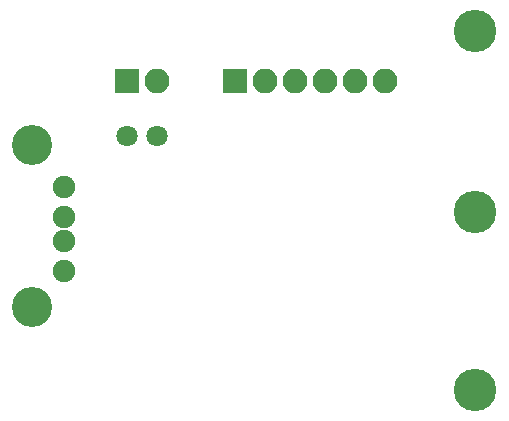
<source format=gbs>
G04 #@! TF.FileFunction,Soldermask,Bot*
%FSLAX46Y46*%
G04 Gerber Fmt 4.6, Leading zero omitted, Abs format (unit mm)*
G04 Created by KiCad (PCBNEW 4.0.6+dfsg1-1) date Wed May  9 14:27:07 2018*
%MOMM*%
%LPD*%
G01*
G04 APERTURE LIST*
%ADD10C,0.100000*%
%ADD11C,1.900000*%
%ADD12C,3.400000*%
%ADD13C,1.800000*%
%ADD14R,2.100000X2.100000*%
%ADD15O,2.100000X2.100000*%
%ADD16C,3.600000*%
G04 APERTURE END LIST*
D10*
D11*
X131257500Y-114171000D03*
X131257500Y-111631000D03*
X131257500Y-109601000D03*
X131257500Y-107061000D03*
D12*
X128587500Y-117221000D03*
X128587500Y-103501000D03*
D13*
X136652000Y-102743000D03*
X139192000Y-102743000D03*
D14*
X136652000Y-98044000D03*
D15*
X139192000Y-98044000D03*
D14*
X145796000Y-98044000D03*
D15*
X148336000Y-98044000D03*
X150876000Y-98044000D03*
X153416000Y-98044000D03*
X155956000Y-98044000D03*
X158496000Y-98044000D03*
D16*
X166116000Y-109118400D03*
X166065200Y-93800000D03*
X166065200Y-124200000D03*
M02*

</source>
